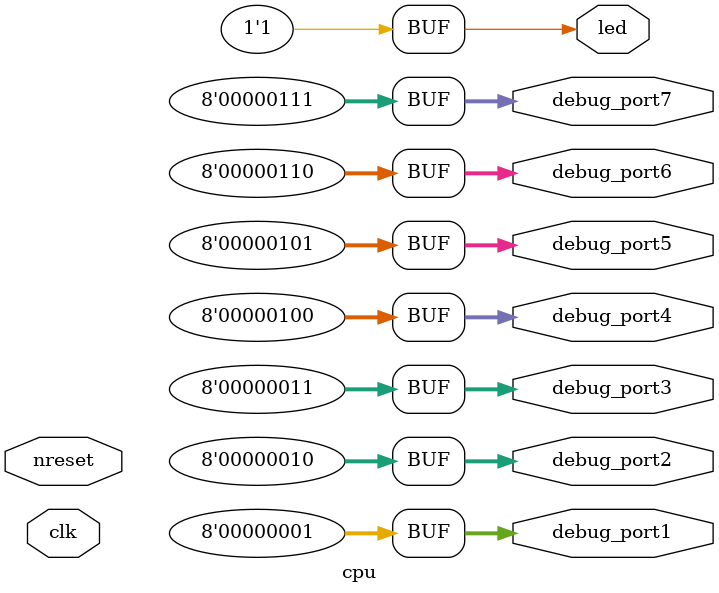
<source format=v>
module cpu(
  input wire clk,
  input wire nreset,
  output wire led,
  output wire [7:0] debug_port1,
  output wire [7:0] debug_port2,
  output wire [7:0] debug_port3,
  output wire [7:0] debug_port4,
  output wire [7:0] debug_port5,
  output wire [7:0] debug_port6,
  output wire [7:0] debug_port7
  );




  /* PC and Instruction Logics*/
  reg [31:0] PC = 0;
  reg [31:0] IC;
  wire [31:0] jump_PC;
  wire [31:0] IFID_PC; // pipeline pc
  wire [31:0] IFID_IC; // pipeline instruction counter
  wire PCSrc;
  
  /* Hazard Logics */
  wire Hazard_PCWrite;
  wire Hazard_IFIDWrite;

  /* Data Memory Logics */
  reg [31:0] mem_data_in;
  wire [31:0] mem_data_out;
  wire [31:0] mem_addr;
  wire control_memwrite_out;
  wire control_memread_out; 

  always @(posedge clk) begin
    if (Hazard_PCWrite !== 1) begin  
      if (PC === 64'bx) begin
        PC <= 0;
      end else if (PCSrc == 1) begin
          PC <= jump_PC;
      end else begin
        PC <= PC + 4;
      end
    end
  end

  /* Read from Instruction Memory */
  instruction_memory mem1 (PC, IC);

  /* Read from Data Memory */
  data_memory mem2(mem_addr, mem_data_in, control_memwrite, control_memread, mem_data_out);

  /* IF: Instruction Fetch */
  IFID fetch_decode(clk, PC, IC);

  /* ID: Instruction Decode */
  wire IDEX_memRead;
  wire [4:0] IDEX_write_reg;
  wire control_mux;
  hazard_detection hd (IDEX_memRead, IDEX_write_reg, IFID_PC, IFID_IC, Hazard_IFIDWrite, Hazard_PCWrite, control_mux);

  /* Control Signal */
  wire [1:0] CONTROL_aluop; // EX
  wire CONTROL_alusrc; // EX
  wire CONTROL_isZeroBranch; // M
  wire CONTROL_isUnconBranch; // M
  wire CONTROL_memRead; // M
  wire CONTROL_memwrite; // M
  wire CONTROL_regwrite; // WB
  wire CONTROL_mem2reg; // WB  
  control ctrl (IFID_IC[31:21], CONTROL_aluop, CONTROL_alusrc, CONTROL_isZeroBranch, CONTROL_isUnconBranch, CONTROL_memRead, CONTROL_memwrite, CONTROL_regwrite, CONTROL_mem2reg);

  wire [1:0] CONTROL_aluop_wire; // EX
  wire CONTROL_alusrc_wire; // EX
  wire CONTROL_isZeroBranch_wire; // M
  wire CONTROL_isUnconBranch_wire; // M
  wire CONTROL_memRead_wire; // M
  wire CONTROL_memwrite_wire; // M
  wire CONTROL_regwrite_wire; // WB
  wire CONTROL_mem2reg_wire; // WB
  control_Mux ctrl_mux(CONTROL_aluop, CONTROL_alusrc, CONTROL_isZeroBranch, CONTROL_isUnconBranch, CONTROL_memRead, CONTROL_memwrite, CONTROL_regwrite, CONTROL_mem2reg, Control_mux_wire, CONTROL_aluop_wire, CONTROL_alusrc_wire, CONTROL_isZeroBranch_wire, CONTROL_isUnconBranch_wire, CONTROL_memRead_wire, CONTROL_memwrite_wire, CONTROL_regwrite_wire, CONTROL_mem2reg_wire);

  wire [4:0] reg2_wire;
  ID_Mux decode_mux(IFID_IC[20:16], IFID_IC[4:0], IFID_IC[28], reg2_wire);

  wire [31:0] reg1_data, reg2_data;
  wire MEMWB_regwrite;
  wire [4:0] MEMWB_write_reg;
  wire [31:0] write_reg_data;
  registers reg_file(clk, IFID_IC[9:5], reg2_wire, MEMWB_write_reg, write_reg_data, MEMWB_regwrite, reg1_data, reg2_data);

  wire [31:0] sign_extend_wire;
  // SignExtend unit4 (IFID_IC, sign_extend_wire);

  wire [1:0] IDEX_aluop;
  wire IDEX_alusrc;
  wire IDEX_isZeroBranch;
  wire IDEX_isUnconBranch;
  wire IDEX_memwrite;
  wire IDEX_regwrite;
  wire IDEX_mem2reg;
  wire [31:0] IDEX_reg1_data;
  wire [31:0] IDEX_reg2_data;
  wire [31:0] IDEX_PC;
  wire [31:0] IDEX_sign_extend;
  wire [10:0] IDEX_alu_control;
  wire [4:0] IDEX_forward_reg1;
  wire [4:0] IDEX_forward_reg2;
  IDEX decode_execute (CLOCK, CONTROL_aluop_wire, CONTROL_alusrc_wire, CONTROL_isZeroBranch_wire, CONTROL_isUnconBranch_wire, CONTROL_memRead_wire, CONTROL_memwrite_wire, CONTROL_regwrite_wire, CONTROL_mem2reg_wire, IFID_PC, reg1_data, reg2_data, sign_extend_wire, IFID_IC[31:21], IFID_IC[4:0], IFID_IC[9:5], reg2_wire, IDEX_aluop, IDEX_alusrc, IDEX_isZeroBranch, IDEX_isUnconBranch, IDEX_memRead, IDEX_memwrite, IDEX_regwrite, IDEX_mem2reg, IDEX_PC, IDEX_reg1_data, IDEX_reg2_data, IDEX_sign_extend, IDEX_alu_control, IDEX_write_reg, IDEX_forward_reg1, IDEX_forward_reg2);

  /* Execute */
  wire [63:0] left_shifted_wire;
  wire [63:0] PC_jump;
  wire ZERO;
  wire [4:0] EXMEM_write_reg;
  wire EXMEM_regwrite;
  wire EXMEM_mem2reg;
  wire [1:0] Forward_A;
  wire [1:0] Forward_B;

  LeftShifter left_shift (IDEX_sign_extend, left_shifted_wire);
  ALU alu1 (INDEX_PC, left_shifted_wire, 4'b0010, PC_jump, ZERO);

  ForwardingUnit forward_u (IDEX_forward_reg1, IDEX_forward_reg2, EXMEM_write_reg, MEMWB_write_reg, EXMEM_regwrite, MEMWB_regwrite, Forward_A, Forward_B);
  
  wire [63:0] alu_wire_1;
  Forward_ALU_Mux lal1 (IDEX_reg1_data, write_reg_data, mem_address_out, Forward_A, alu_wire_1);

  wire [63:0] alu_wire_2;
  Forward_ALU_Mux lal2 (IDEX_reg2_data, write_reg_data, mem_address_out, Forward_B, alu_wire_2);

  wire [3:0] alu_main_control_wire;
  ALU_Control unit7(IDEX_aluop, IDEX_alu_control, alu_main_control_wire);

  wire [63:0] alu_data2_wire;
  ALU_Mux mux3(alu_wire_2, IDEX_sign_extend, IDEX_alusrc, alu_data2_wire);

  wire alu_main_is_zero;
  wire [63:0] alu_main_result;
  ALU main_alu(alu_wire_1, alu_data2_wire, alu_main_control_wire, alu_main_result, alu_main_is_zero);

  /* MEM: Memory */
  Branch b(EXMEM_isUnconBranch, EXMEM_isZeroBranch, EXMEM_alu_zero, PCSrc);

  wire [31:0] MEMWB_addr;
  wire [31:0] MEMWB_read_data;
  MEMWB memory_writeback(clk, mem_address_out, mem_data_in,  EXMEM_write_reg, EXMEM_regwrite, EXMEM_mem2reg, MEMWB_address, MEMWB_read_data, MEMWB_write_reg, MEMWB_regwrite, MEMWB_mem2reg);

  /* WB: Write Back*/
  WB_Mux writeback_mux(MEMWB_addr, MEMWB_read_data, MEMWB_mem2reg, write_reg_data);

  // Controls the LED on the board.
  assign led = 1'b1;

  // These are how you communicate back to the serial port debugger.
  assign debug_port1 = 8'h01;
  assign debug_port2 = 8'h02;
  assign debug_port3 = 8'h03;
  assign debug_port4 = 8'h04;
  assign debug_port5 = 8'h05;
  assign debug_port6 = 8'h06;
  assign debug_port7 = 8'h07;
    
endmodule

</source>
